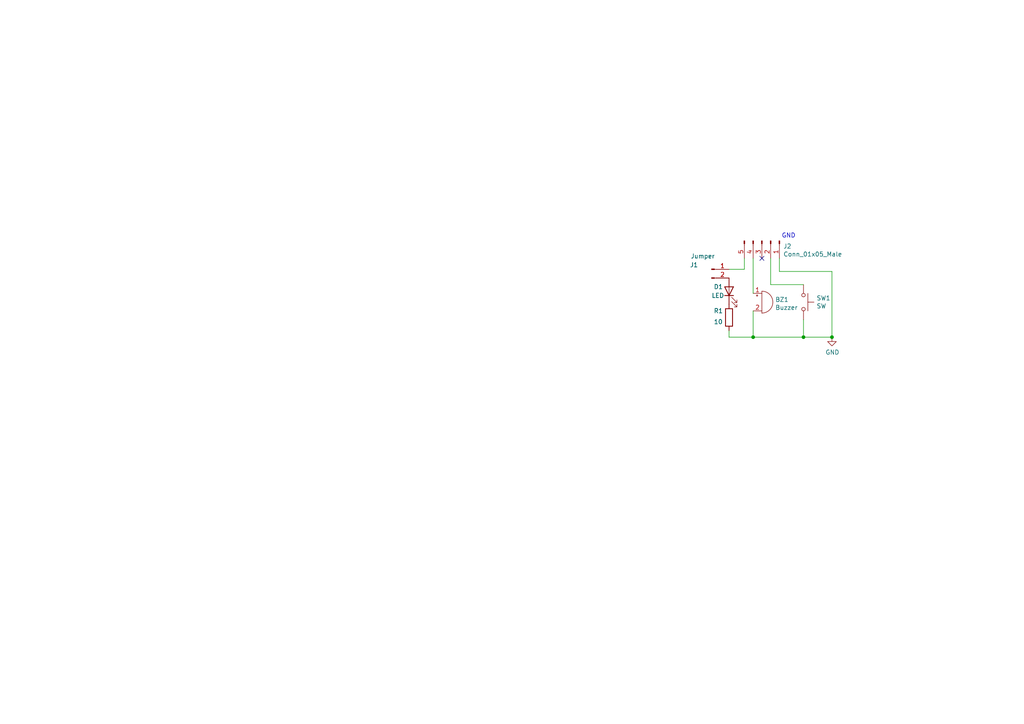
<source format=kicad_sch>
(kicad_sch (version 20211123) (generator eeschema)
  (paper "A4")
  (title_block (title "PCB for OctoPrint Plugin ShutdownButtonLEDBuzzer") (date "2023-02-12") (rev "v0.1"))
  (lib_symbols
    (symbol "Connector:Conn_01x02_Male" (pin_names (offset 1.016) hide)
      (property "Reference" "J" (at 0 2.54 0))
      (property "Value" "Conn_01x02_Male" (at 0 -5.08 0))
      (symbol "Conn_01x02_Male_1_1"
        (polyline (pts (xy 1.27 -2.54) (xy 0.8636 -2.54)) (stroke (width 0.1524)))
        (polyline (pts (xy 1.27 0) (xy 0.8636 0)) (stroke (width 0.1524)))
        (rectangle (start 0.8636 -2.413) (end 0 -2.667) (stroke (width 0.1524)) (fill (type outline)))
        (rectangle (start 0.8636 0.127) (end 0 -0.127) (stroke (width 0.1524)) (fill (type outline)))
        (pin passive line (at 5.08 0 180) (length 3.81) (name "Pin_1") (number "1"))
        (pin passive line (at 5.08 -2.54 180) (length 3.81) (name "Pin_2") (number "2"))
      )
    )
    (symbol "Connector:Conn_01x05_Male" (pin_names (offset 1.016) hide)
      (property "Reference" "J" (at 0 7.62 0))
      (property "Value" "Conn_01x05_Male" (at 0 -7.62 0))
      (symbol "Conn_01x05_Male_1_1"
        (polyline (pts (xy 1.27 -5.08) (xy 0.8636 -5.08)) (stroke (width 0.1524)))
        (polyline (pts (xy 1.27 -2.54) (xy 0.8636 -2.54)) (stroke (width 0.1524)))
        (polyline (pts (xy 1.27 0) (xy 0.8636 0)) (stroke (width 0.1524)))
        (polyline (pts (xy 1.27 2.54) (xy 0.8636 2.54)) (stroke (width 0.1524)))
        (polyline (pts (xy 1.27 5.08) (xy 0.8636 5.08)) (stroke (width 0.1524)))
        (rectangle (start 0.8636 -4.953) (end 0 -5.207) (stroke (width 0.1524)) (fill (type outline)))
        (rectangle (start 0.8636 -2.413) (end 0 -2.667) (stroke (width 0.1524)) (fill (type outline)))
        (rectangle (start 0.8636 0.127) (end 0 -0.127) (stroke (width 0.1524)) (fill (type outline)))
        (rectangle (start 0.8636 2.667) (end 0 2.413) (stroke (width 0.1524)) (fill (type outline)))
        (rectangle (start 0.8636 5.207) (end 0 4.953) (stroke (width 0.1524)) (fill (type outline)))
        (pin passive line (at 5.08 5.08 180) (length 3.81) (name "Pin_1") (number "1"))
        (pin passive line (at 5.08 2.54 180) (length 3.81) (name "Pin_2") (number "2"))
        (pin passive line (at 5.08 0 180) (length 3.81) (name "Pin_3") (number "3"))
        (pin passive line (at 5.08 -2.54 180) (length 3.81) (name "Pin_4") (number "4"))
        (pin passive line (at 5.08 -5.08 180) (length 3.81) (name "Pin_5") (number "5"))
      )
    )
    (symbol "Device:Buzzer" (pin_names (offset 0.0254) hide)
      (property "Reference" "BZ" (at 3.81 1.27 0))
      (property "Value" "Buzzer" (at 3.81 -1.27 0))
      (symbol "Buzzer_0_1"
        (arc (start 0 -3.175) (mid 3.175 0) (end 0 3.175))
        (polyline (pts (xy -1.651 1.905) (xy -1.143 1.905)))
        (polyline (pts (xy -1.397 2.159) (xy -1.397 1.651)))
        (polyline (pts (xy 0 3.175) (xy 0 -3.175)))
      )
      (symbol "Buzzer_1_1"
        (pin passive line (at -2.54 2.54 0) (length 2.54) (name "-") (number "1"))
        (pin passive line (at -2.54 -2.54 0) (length 2.54) (name "+") (number "2"))
      )
    )
    (symbol "Device:LED" (pin_numbers hide) (pin_names (offset 1.016) hide)
      (property "Reference" "D" (at 0 2.54 0))
      (property "Value" "LED" (at 0 -2.54 0))
      (symbol "LED_0_1"
        (polyline (pts (xy -1.27 -1.27) (xy -1.27 1.27)) (stroke (width 0.254)))
        (polyline (pts (xy -1.27 0) (xy 1.27 0)))
        (polyline (pts (xy 1.27 -1.27) (xy 1.27 1.27) (xy -1.27 0) (xy 1.27 -1.27)) (stroke (width 0.254)))
        (polyline (pts (xy -3.048 -0.762) (xy -4.572 -2.286) (xy -3.81 -2.286) (xy -4.572 -2.286) (xy -4.572 -1.524)))
        (polyline (pts (xy -1.778 -0.762) (xy -3.302 -2.286) (xy -2.54 -2.286) (xy -3.302 -2.286) (xy -3.302 -1.524)))
      )
      (symbol "LED_1_1"
        (pin passive line (at -3.81 0 0) (length 2.54) (name "K") (number "1"))
        (pin passive line (at 3.81 0 180) (length 2.54) (name "A") (number "2"))
      )
    )
    (symbol "Device:R" (pin_numbers hide) (pin_names (offset 0))
      (property "Reference" "R" (at 2.032 0 90))
      (property "Value" "R" (at 0 0 90))
      (symbol "R_0_1"
        (rectangle (start -1.016 -2.54) (end 1.016 2.54) (stroke (width 0.254)))
      )
      (symbol "R_1_1"
        (pin passive line (at 0 3.81 270) (length 1.27) (name "~") (number "1"))
        (pin passive line (at 0 -3.81 90) (length 1.27) (name "~") (number "2"))
      )
    )
    (symbol "Switch:SW_Push" (pin_numbers hide) (pin_names (offset 1.016) hide)
      (property "Reference" "SW" (at 1.27 2.54 0))
      (property "Value" "SW_Push" (at 0 -1.524 0))
      (symbol "SW_Push_0_1"
        (circle (center -2.032 0) (radius 0.508))
        (polyline (pts (xy 0 1.27) (xy 0 3.048)))
        (polyline (pts (xy 2.54 1.27) (xy -2.54 1.27)))
        (circle (center 2.032 0) (radius 0.508))
        (pin passive line (at -5.08 0 0) (length 2.54) (name "1") (number "1"))
        (pin passive line (at 5.08 0 180) (length 2.54) (name "2") (number "2"))
      )
    )
    (symbol "power:GND" (power) (pin_names (offset 0))
      (property "Value" "GND" (at 0 -3.81 0))
      (symbol "GND_0_1"
        (polyline (pts (xy 0 0) (xy 0 -1.27) (xy 1.27 -1.27) (xy 0 -2.54) (xy -1.27 -1.27) (xy 0 -1.27)))
      )
      (symbol "GND_1_1"
        (pin power_in line (at 0 0 270) (length 0) hide (name "GND") (number "1"))
      )
    )
  )
  (junction (at 218.44 97.79))
  (junction (at 241.3 97.79))
  (junction (at 233.045 97.79))
  (no_connect (at 220.98 74.93))
  (wire (pts (xy 211.455 95.885) (xy 211.455 97.79)))
  (wire (pts (xy 233.045 97.79) (xy 241.3 97.79)))
  (wire (pts (xy 241.3 97.79) (xy 241.3 78.74)))
  (wire (pts (xy 218.44 97.79) (xy 233.045 97.79)))
  (wire (pts (xy 233.045 82.55) (xy 223.52 82.55)))
  (wire (pts (xy 223.52 82.55) (xy 223.52 74.93)))
  (wire (pts (xy 226.06 78.74) (xy 226.06 74.93)))
  (wire (pts (xy 218.44 90.17) (xy 218.44 97.79)))
  (wire (pts (xy 233.045 92.71) (xy 233.045 97.79)))
  (wire (pts (xy 241.3 78.74) (xy 226.06 78.74)))
  (wire (pts (xy 211.455 97.79) (xy 218.44 97.79)))
  (wire (pts (xy 215.9 74.93) (xy 215.9 78.105)))
  (wire (pts (xy 218.44 74.93) (xy 218.44 85.09)))
  (wire (pts (xy 215.9 78.105) (xy 211.455 78.105)))
  (text "GND" (at 226.695 69.215 0) (effects (font (size 1.27 1.27)) (justify left bottom)))
  (symbol (lib_id "Connector:Conn_01x05_Male") (at 220.98 69.85 270) (unit 1)
    (property "Reference" "J2" (at 227.1776 71.4248 90) (effects (justify left)))
    (property "Value" "Conn_01x05_Male" (at 227.1776 73.7362 90) (effects (justify left)))
    (property "Footprint" "Connector_PinHeader_2.54mm:PinHeader_1x05_P2.54mm_Vertical" (effects hide))
  )
  (symbol (lib_id "Switch:SW_Push") (at 233.045 87.63 270) (unit 1)
    (property "Reference" "SW1" (at 236.8042 86.4616 90) (effects (justify left)))
    (property "Value" "SW" (at 236.8042 88.773 90) (effects (justify left)))
    (property "Footprint" "Button_Switch_THT:SW_Tactile_Straight_KSA0Axx1LFTR" (effects hide))
  )
  (symbol (lib_id "Device:Buzzer") (at 220.98 87.63 0) (unit 1)
    (property "Reference" "BZ1" (at 224.8408 86.8934 0) (effects (justify left)))
    (property "Value" "Buzzer" (at 224.8408 89.2048 0) (effects (justify left)))
    (property "Footprint" "Buzzer_Beeper:Buzzer_12x9.5RM7.6" (effects hide))
  )
  (symbol (lib_id "Device:LED") (at 211.455 84.455 90) (unit 1)
    (property "Reference" "D1" (at 207.01 83.185 90) (effects (justify right)))
    (property "Value" "LED" (at 206.375 85.725 90) (effects (justify right)))
    (property "Footprint" "LED_THT:LED_D5.0mm" (effects hide))
  )
  (symbol (lib_id "Device:R") (at 211.455 92.075 0) (unit 1)
    (property "Reference" "R1" (at 207.01 90.17 0) (effects (justify left)))
    (property "Value" "10" (at 207.01 93.345 0) (effects (justify left)))
    (property "Footprint" "Resistor_THT:R_Axial_DIN0207_L6.3mm_D2.5mm_P7.62mm_Horizontal" (effects hide))
  )
  (symbol (lib_id "power:GND") (at 241.3 97.79 0) (unit 1)
    (property "Reference" "#PWR01" (effects hide))
    (property "Value" "GND" (at 241.427 102.1842 0))
  )
  (symbol (lib_id "Connector:Conn_01x02_Male") (at 206.375 78.105 0) (unit 1)
    (property "Reference" "J1" (at 201.295 76.835 0))
    (property "Value" "Jumper" (at 203.835 74.295 0))
    (property "Footprint" "Connector_PinHeader_2.54mm:PinHeader_1x02_P2.54mm_Vertical" (effects hide))
  )
)
</source>
